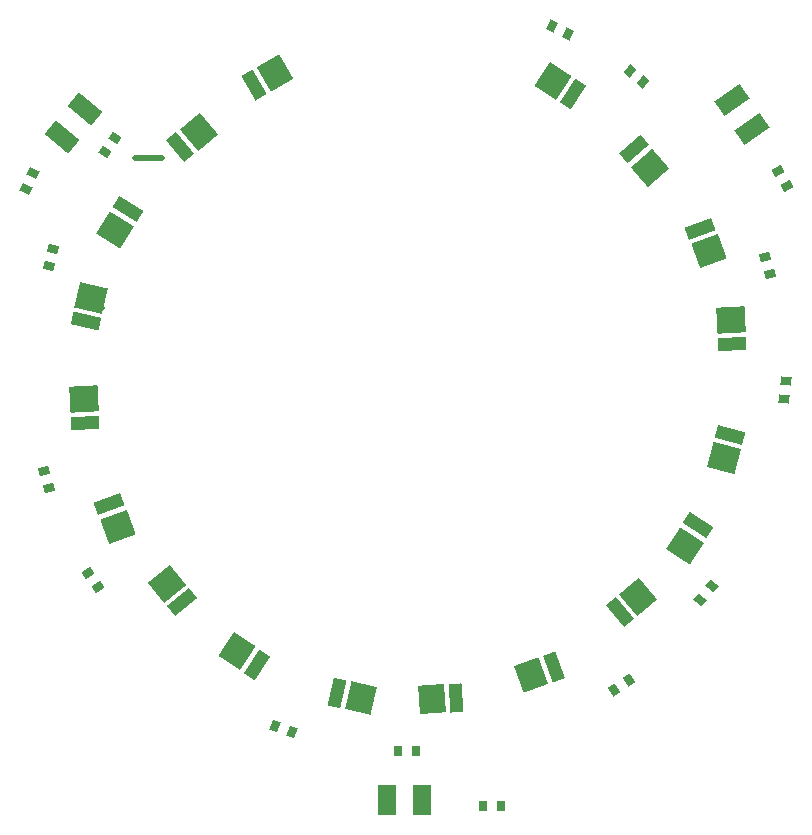
<source format=gtp>
G04 Layer_Color=8421504*
%FSLAX44Y44*%
%MOMM*%
G71*
G01*
G75*
%ADD11C,0.5000*%
G04:AMPARAMS|DCode=13|XSize=1.1mm|YSize=2.4mm|CornerRadius=0mm|HoleSize=0mm|Usage=FLASHONLY|Rotation=30.000|XOffset=0mm|YOffset=0mm|HoleType=Round|Shape=Rectangle|*
%AMROTATEDRECTD13*
4,1,4,0.1237,-1.3142,-1.0763,0.7642,-0.1237,1.3142,1.0763,-0.7642,0.1237,-1.3142,0.0*
%
%ADD13ROTATEDRECTD13*%

G04:AMPARAMS|DCode=14|XSize=2.2mm|YSize=2.4mm|CornerRadius=0mm|HoleSize=0mm|Usage=FLASHONLY|Rotation=30.000|XOffset=0mm|YOffset=0mm|HoleType=Round|Shape=Rectangle|*
%AMROTATEDRECTD14*
4,1,4,-0.3526,-1.5892,-1.5526,0.4892,0.3526,1.5892,1.5526,-0.4892,-0.3526,-1.5892,0.0*
%
%ADD14ROTATEDRECTD14*%

G04:AMPARAMS|DCode=15|XSize=1.1mm|YSize=2.4mm|CornerRadius=0mm|HoleSize=0mm|Usage=FLASHONLY|Rotation=40.000|XOffset=0mm|YOffset=0mm|HoleType=Round|Shape=Rectangle|*
%AMROTATEDRECTD15*
4,1,4,0.3500,-1.2728,-1.1927,0.5657,-0.3500,1.2728,1.1927,-0.5657,0.3500,-1.2728,0.0*
%
%ADD15ROTATEDRECTD15*%

G04:AMPARAMS|DCode=16|XSize=2.2mm|YSize=2.4mm|CornerRadius=0mm|HoleSize=0mm|Usage=FLASHONLY|Rotation=40.000|XOffset=0mm|YOffset=0mm|HoleType=Round|Shape=Rectangle|*
%AMROTATEDRECTD16*
4,1,4,-0.0713,-1.6263,-1.6140,0.2122,0.0713,1.6263,1.6140,-0.2122,-0.0713,-1.6263,0.0*
%
%ADD16ROTATEDRECTD16*%

G04:AMPARAMS|DCode=17|XSize=2.2mm|YSize=2.4mm|CornerRadius=0mm|HoleSize=0mm|Usage=FLASHONLY|Rotation=238.000|XOffset=0mm|YOffset=0mm|HoleType=Round|Shape=Rectangle|*
%AMROTATEDRECTD17*
4,1,4,-0.4348,1.5688,1.6006,0.2969,0.4348,-1.5688,-1.6006,-0.2969,-0.4348,1.5688,0.0*
%
%ADD17ROTATEDRECTD17*%

G04:AMPARAMS|DCode=18|XSize=1.1mm|YSize=2.4mm|CornerRadius=0mm|HoleSize=0mm|Usage=FLASHONLY|Rotation=238.000|XOffset=0mm|YOffset=0mm|HoleType=Round|Shape=Rectangle|*
%AMROTATEDRECTD18*
4,1,4,-0.7262,1.1023,1.3091,-0.1695,0.7262,-1.1023,-1.3091,0.1695,-0.7262,1.1023,0.0*
%
%ADD18ROTATEDRECTD18*%

G04:AMPARAMS|DCode=19|XSize=1.1mm|YSize=2.4mm|CornerRadius=0mm|HoleSize=0mm|Usage=FLASHONLY|Rotation=77.000|XOffset=0mm|YOffset=0mm|HoleType=Round|Shape=Rectangle|*
%AMROTATEDRECTD19*
4,1,4,1.0455,-0.8058,-1.2930,-0.2660,-1.0455,0.8058,1.2930,0.2660,1.0455,-0.8058,0.0*
%
%ADD19ROTATEDRECTD19*%

G04:AMPARAMS|DCode=20|XSize=2.2mm|YSize=2.4mm|CornerRadius=0mm|HoleSize=0mm|Usage=FLASHONLY|Rotation=77.000|XOffset=0mm|YOffset=0mm|HoleType=Round|Shape=Rectangle|*
%AMROTATEDRECTD20*
4,1,4,0.9218,-1.3418,-1.4167,-0.8019,-0.9218,1.3418,1.4167,0.8019,0.9218,-1.3418,0.0*
%
%ADD20ROTATEDRECTD20*%

G04:AMPARAMS|DCode=21|XSize=1.1mm|YSize=2.4mm|CornerRadius=0mm|HoleSize=0mm|Usage=FLASHONLY|Rotation=93.000|XOffset=0mm|YOffset=0mm|HoleType=Round|Shape=Rectangle|*
%AMROTATEDRECTD21*
4,1,4,1.2271,-0.4864,-1.1696,-0.6120,-1.2271,0.4864,1.1696,0.6120,1.2271,-0.4864,0.0*
%
%ADD21ROTATEDRECTD21*%

G04:AMPARAMS|DCode=22|XSize=2.2mm|YSize=2.4mm|CornerRadius=0mm|HoleSize=0mm|Usage=FLASHONLY|Rotation=93.000|XOffset=0mm|YOffset=0mm|HoleType=Round|Shape=Rectangle|*
%AMROTATEDRECTD22*
4,1,4,1.2559,-1.0357,-1.1408,-1.1613,-1.2559,1.0357,1.1408,1.1613,1.2559,-1.0357,0.0*
%
%ADD22ROTATEDRECTD22*%

G04:AMPARAMS|DCode=23|XSize=2.2mm|YSize=2.4mm|CornerRadius=0mm|HoleSize=0mm|Usage=FLASHONLY|Rotation=290.000|XOffset=0mm|YOffset=0mm|HoleType=Round|Shape=Rectangle|*
%AMROTATEDRECTD23*
4,1,4,-1.5038,0.6232,0.7514,1.4441,1.5038,-0.6232,-0.7514,-1.4441,-1.5038,0.6232,0.0*
%
%ADD23ROTATEDRECTD23*%

G04:AMPARAMS|DCode=24|XSize=1.1mm|YSize=2.4mm|CornerRadius=0mm|HoleSize=0mm|Usage=FLASHONLY|Rotation=290.000|XOffset=0mm|YOffset=0mm|HoleType=Round|Shape=Rectangle|*
%AMROTATEDRECTD24*
4,1,4,-1.3157,0.1064,0.9395,0.9273,1.3157,-0.1064,-0.9395,-0.9273,-1.3157,0.1064,0.0*
%
%ADD24ROTATEDRECTD24*%

G04:AMPARAMS|DCode=25|XSize=1.1mm|YSize=2.4mm|CornerRadius=0mm|HoleSize=0mm|Usage=FLASHONLY|Rotation=129.000|XOffset=0mm|YOffset=0mm|HoleType=Round|Shape=Rectangle|*
%AMROTATEDRECTD25*
4,1,4,1.2787,0.3277,-0.5865,-1.1826,-1.2787,-0.3277,0.5865,1.1826,1.2787,0.3277,0.0*
%
%ADD25ROTATEDRECTD25*%

G04:AMPARAMS|DCode=26|XSize=2.2mm|YSize=2.4mm|CornerRadius=0mm|HoleSize=0mm|Usage=FLASHONLY|Rotation=129.000|XOffset=0mm|YOffset=0mm|HoleType=Round|Shape=Rectangle|*
%AMROTATEDRECTD26*
4,1,4,1.6248,-0.0997,-0.2403,-1.6100,-1.6248,0.0997,0.2403,1.6100,1.6248,-0.0997,0.0*
%
%ADD26ROTATEDRECTD26*%

G04:AMPARAMS|DCode=27|XSize=1.1mm|YSize=2.4mm|CornerRadius=0mm|HoleSize=0mm|Usage=FLASHONLY|Rotation=147.000|XOffset=0mm|YOffset=0mm|HoleType=Round|Shape=Rectangle|*
%AMROTATEDRECTD27*
4,1,4,1.1148,0.7068,-0.1923,-1.3060,-1.1148,-0.7068,0.1923,1.3060,1.1148,0.7068,0.0*
%
%ADD27ROTATEDRECTD27*%

G04:AMPARAMS|DCode=28|XSize=2.2mm|YSize=2.4mm|CornerRadius=0mm|HoleSize=0mm|Usage=FLASHONLY|Rotation=147.000|XOffset=0mm|YOffset=0mm|HoleType=Round|Shape=Rectangle|*
%AMROTATEDRECTD28*
4,1,4,1.5761,0.4073,0.2690,-1.6055,-1.5761,-0.4073,-0.2690,1.6055,1.5761,0.4073,0.0*
%
%ADD28ROTATEDRECTD28*%

G04:AMPARAMS|DCode=29|XSize=2.2mm|YSize=2.4mm|CornerRadius=0mm|HoleSize=0mm|Usage=FLASHONLY|Rotation=347.000|XOffset=0mm|YOffset=0mm|HoleType=Round|Shape=Rectangle|*
%AMROTATEDRECTD29*
4,1,4,-1.3418,-0.9218,-0.8019,1.4167,1.3418,0.9218,0.8019,-1.4167,-1.3418,-0.9218,0.0*
%
%ADD29ROTATEDRECTD29*%

G04:AMPARAMS|DCode=30|XSize=1.1mm|YSize=2.4mm|CornerRadius=0mm|HoleSize=0mm|Usage=FLASHONLY|Rotation=347.000|XOffset=0mm|YOffset=0mm|HoleType=Round|Shape=Rectangle|*
%AMROTATEDRECTD30*
4,1,4,-0.8058,-1.0455,-0.2660,1.2930,0.8058,1.0455,0.2660,-1.2930,-0.8058,-1.0455,0.0*
%
%ADD30ROTATEDRECTD30*%

G04:AMPARAMS|DCode=31|XSize=1.1mm|YSize=2.4mm|CornerRadius=0mm|HoleSize=0mm|Usage=FLASHONLY|Rotation=184.000|XOffset=0mm|YOffset=0mm|HoleType=Round|Shape=Rectangle|*
%AMROTATEDRECTD31*
4,1,4,0.4649,1.2354,0.6324,-1.1587,-0.4649,-1.2354,-0.6324,1.1587,0.4649,1.2354,0.0*
%
%ADD31ROTATEDRECTD31*%

G04:AMPARAMS|DCode=32|XSize=2.2mm|YSize=2.4mm|CornerRadius=0mm|HoleSize=0mm|Usage=FLASHONLY|Rotation=184.000|XOffset=0mm|YOffset=0mm|HoleType=Round|Shape=Rectangle|*
%AMROTATEDRECTD32*
4,1,4,1.0136,1.2738,1.1810,-1.1203,-1.0136,-1.2738,-1.1810,1.1203,1.0136,1.2738,0.0*
%
%ADD32ROTATEDRECTD32*%

G04:AMPARAMS|DCode=33|XSize=1.1mm|YSize=2.4mm|CornerRadius=0mm|HoleSize=0mm|Usage=FLASHONLY|Rotation=200.000|XOffset=0mm|YOffset=0mm|HoleType=Round|Shape=Rectangle|*
%AMROTATEDRECTD33*
4,1,4,0.1064,1.3157,0.9273,-0.9395,-0.1064,-1.3157,-0.9273,0.9395,0.1064,1.3157,0.0*
%
%ADD33ROTATEDRECTD33*%

G04:AMPARAMS|DCode=34|XSize=2.2mm|YSize=2.4mm|CornerRadius=0mm|HoleSize=0mm|Usage=FLASHONLY|Rotation=200.000|XOffset=0mm|YOffset=0mm|HoleType=Round|Shape=Rectangle|*
%AMROTATEDRECTD34*
4,1,4,0.6232,1.5038,1.4441,-0.7514,-0.6232,-1.5038,-1.4441,0.7514,0.6232,1.5038,0.0*
%
%ADD34ROTATEDRECTD34*%

G04:AMPARAMS|DCode=35|XSize=1.1mm|YSize=2.4mm|CornerRadius=0mm|HoleSize=0mm|Usage=FLASHONLY|Rotation=237.000|XOffset=0mm|YOffset=0mm|HoleType=Round|Shape=Rectangle|*
%AMROTATEDRECTD35*
4,1,4,-0.7068,1.1148,1.3060,-0.1923,0.7068,-1.1148,-1.3060,0.1923,-0.7068,1.1148,0.0*
%
%ADD35ROTATEDRECTD35*%

G04:AMPARAMS|DCode=36|XSize=2.2mm|YSize=2.4mm|CornerRadius=0mm|HoleSize=0mm|Usage=FLASHONLY|Rotation=237.000|XOffset=0mm|YOffset=0mm|HoleType=Round|Shape=Rectangle|*
%AMROTATEDRECTD36*
4,1,4,-0.4073,1.5761,1.6055,0.2690,0.4073,-1.5761,-1.6055,-0.2690,-0.4073,1.5761,0.0*
%
%ADD36ROTATEDRECTD36*%

G04:AMPARAMS|DCode=37|XSize=1.1mm|YSize=2.4mm|CornerRadius=0mm|HoleSize=0mm|Usage=FLASHONLY|Rotation=255.000|XOffset=0mm|YOffset=0mm|HoleType=Round|Shape=Rectangle|*
%AMROTATEDRECTD37*
4,1,4,-1.0168,0.8418,1.3015,0.2207,1.0168,-0.8418,-1.3015,-0.2207,-1.0168,0.8418,0.0*
%
%ADD37ROTATEDRECTD37*%

G04:AMPARAMS|DCode=38|XSize=2.2mm|YSize=2.4mm|CornerRadius=0mm|HoleSize=0mm|Usage=FLASHONLY|Rotation=255.000|XOffset=0mm|YOffset=0mm|HoleType=Round|Shape=Rectangle|*
%AMROTATEDRECTD38*
4,1,4,-0.8744,1.3731,1.4438,0.7519,0.8744,-1.3731,-1.4438,-0.7519,-0.8744,1.3731,0.0*
%
%ADD38ROTATEDRECTD38*%

G04:AMPARAMS|DCode=39|XSize=1.1mm|YSize=2.4mm|CornerRadius=0mm|HoleSize=0mm|Usage=FLASHONLY|Rotation=311.000|XOffset=0mm|YOffset=0mm|HoleType=Round|Shape=Rectangle|*
%AMROTATEDRECTD39*
4,1,4,-1.2665,-0.3722,0.5448,1.2024,1.2665,0.3722,-0.5448,-1.2024,-1.2665,-0.3722,0.0*
%
%ADD39ROTATEDRECTD39*%

G04:AMPARAMS|DCode=40|XSize=2.2mm|YSize=2.4mm|CornerRadius=0mm|HoleSize=0mm|Usage=FLASHONLY|Rotation=311.000|XOffset=0mm|YOffset=0mm|HoleType=Round|Shape=Rectangle|*
%AMROTATEDRECTD40*
4,1,4,-1.6273,0.0429,0.1840,1.6175,1.6273,-0.0429,-0.1840,-1.6175,-1.6273,0.0429,0.0*
%
%ADD40ROTATEDRECTD40*%

G04:AMPARAMS|DCode=41|XSize=0.9mm|YSize=0.7mm|CornerRadius=0mm|HoleSize=0mm|Usage=FLASHONLY|Rotation=175.000|XOffset=0mm|YOffset=0mm|HoleType=Round|Shape=Rectangle|*
%AMROTATEDRECTD41*
4,1,4,0.4788,0.3095,0.4178,-0.3879,-0.4788,-0.3095,-0.4178,0.3879,0.4788,0.3095,0.0*
%
%ADD41ROTATEDRECTD41*%

G04:AMPARAMS|DCode=42|XSize=0.9mm|YSize=0.7mm|CornerRadius=0mm|HoleSize=0mm|Usage=FLASHONLY|Rotation=325.000|XOffset=0mm|YOffset=0mm|HoleType=Round|Shape=Rectangle|*
%AMROTATEDRECTD42*
4,1,4,-0.5694,-0.0286,-0.1679,0.5448,0.5694,0.0286,0.1679,-0.5448,-0.5694,-0.0286,0.0*
%
%ADD42ROTATEDRECTD42*%

G04:AMPARAMS|DCode=43|XSize=0.9mm|YSize=0.7mm|CornerRadius=0mm|HoleSize=0mm|Usage=FLASHONLY|Rotation=345.000|XOffset=0mm|YOffset=0mm|HoleType=Round|Shape=Rectangle|*
%AMROTATEDRECTD43*
4,1,4,-0.5252,-0.2216,-0.3441,0.4546,0.5252,0.2216,0.3441,-0.4546,-0.5252,-0.2216,0.0*
%
%ADD43ROTATEDRECTD43*%

G04:AMPARAMS|DCode=44|XSize=0.9mm|YSize=0.7mm|CornerRadius=0mm|HoleSize=0mm|Usage=FLASHONLY|Rotation=15.000|XOffset=0mm|YOffset=0mm|HoleType=Round|Shape=Rectangle|*
%AMROTATEDRECTD44*
4,1,4,-0.3441,-0.4546,-0.5252,0.2216,0.3441,0.4546,0.5252,-0.2216,-0.3441,-0.4546,0.0*
%
%ADD44ROTATEDRECTD44*%

G04:AMPARAMS|DCode=45|XSize=0.9mm|YSize=0.7mm|CornerRadius=0mm|HoleSize=0mm|Usage=FLASHONLY|Rotation=35.000|XOffset=0mm|YOffset=0mm|HoleType=Round|Shape=Rectangle|*
%AMROTATEDRECTD45*
4,1,4,-0.1679,-0.5448,-0.5694,0.0286,0.1679,0.5448,0.5694,-0.0286,-0.1679,-0.5448,0.0*
%
%ADD45ROTATEDRECTD45*%

G04:AMPARAMS|DCode=46|XSize=0.9mm|YSize=0.7mm|CornerRadius=0mm|HoleSize=0mm|Usage=FLASHONLY|Rotation=70.000|XOffset=0mm|YOffset=0mm|HoleType=Round|Shape=Rectangle|*
%AMROTATEDRECTD46*
4,1,4,0.1750,-0.5426,-0.4828,-0.3032,-0.1750,0.5426,0.4828,0.3032,0.1750,-0.5426,0.0*
%
%ADD46ROTATEDRECTD46*%

%ADD47R,1.5000X2.6000*%
%ADD48R,0.7000X0.9000*%
G04:AMPARAMS|DCode=49|XSize=0.9mm|YSize=0.7mm|CornerRadius=0mm|HoleSize=0mm|Usage=FLASHONLY|Rotation=125.000|XOffset=0mm|YOffset=0mm|HoleType=Round|Shape=Rectangle|*
%AMROTATEDRECTD49*
4,1,4,0.5448,-0.1679,-0.0286,-0.5694,-0.5448,0.1679,0.0286,0.5694,0.5448,-0.1679,0.0*
%
%ADD49ROTATEDRECTD49*%

G04:AMPARAMS|DCode=50|XSize=0.9mm|YSize=0.7mm|CornerRadius=0mm|HoleSize=0mm|Usage=FLASHONLY|Rotation=140.000|XOffset=0mm|YOffset=0mm|HoleType=Round|Shape=Rectangle|*
%AMROTATEDRECTD50*
4,1,4,0.5697,-0.0211,0.1197,-0.5574,-0.5697,0.0211,-0.1197,0.5574,0.5697,-0.0211,0.0*
%
%ADD50ROTATEDRECTD50*%

G04:AMPARAMS|DCode=51|XSize=0.9mm|YSize=0.7mm|CornerRadius=0mm|HoleSize=0mm|Usage=FLASHONLY|Rotation=230.000|XOffset=0mm|YOffset=0mm|HoleType=Round|Shape=Rectangle|*
%AMROTATEDRECTD51*
4,1,4,0.0211,0.5697,0.5574,0.1197,-0.0211,-0.5697,-0.5574,-0.1197,0.0211,0.5697,0.0*
%
%ADD51ROTATEDRECTD51*%

G04:AMPARAMS|DCode=52|XSize=0.9mm|YSize=0.7mm|CornerRadius=0mm|HoleSize=0mm|Usage=FLASHONLY|Rotation=245.000|XOffset=0mm|YOffset=0mm|HoleType=Round|Shape=Rectangle|*
%AMROTATEDRECTD52*
4,1,4,-0.1270,0.5558,0.5074,0.2599,0.1270,-0.5558,-0.5074,-0.2599,-0.1270,0.5558,0.0*
%
%ADD52ROTATEDRECTD52*%

G04:AMPARAMS|DCode=53|XSize=1.5mm|YSize=2.6mm|CornerRadius=0mm|HoleSize=0mm|Usage=FLASHONLY|Rotation=305.000|XOffset=0mm|YOffset=0mm|HoleType=Round|Shape=Rectangle|*
%AMROTATEDRECTD53*
4,1,4,-1.4951,-0.1313,0.6347,1.3600,1.4951,0.1313,-0.6347,-1.3600,-1.4951,-0.1313,0.0*
%
%ADD53ROTATEDRECTD53*%

G04:AMPARAMS|DCode=54|XSize=1.5mm|YSize=2.6mm|CornerRadius=0mm|HoleSize=0mm|Usage=FLASHONLY|Rotation=230.000|XOffset=0mm|YOffset=0mm|HoleType=Round|Shape=Rectangle|*
%AMROTATEDRECTD54*
4,1,4,-0.5138,1.4102,1.4779,-0.2611,0.5138,-1.4102,-1.4779,0.2611,-0.5138,1.4102,0.0*
%
%ADD54ROTATEDRECTD54*%

G04:AMPARAMS|DCode=55|XSize=0.9mm|YSize=0.7mm|CornerRadius=0mm|HoleSize=0mm|Usage=FLASHONLY|Rotation=335.000|XOffset=0mm|YOffset=0mm|HoleType=Round|Shape=Rectangle|*
%AMROTATEDRECTD55*
4,1,4,-0.5558,-0.1270,-0.2599,0.5074,0.5558,0.1270,0.2599,-0.5074,-0.5558,-0.1270,0.0*
%
%ADD55ROTATEDRECTD55*%

G04:AMPARAMS|DCode=56|XSize=0.9mm|YSize=0.7mm|CornerRadius=0mm|HoleSize=0mm|Usage=FLASHONLY|Rotation=30.000|XOffset=0mm|YOffset=0mm|HoleType=Round|Shape=Rectangle|*
%AMROTATEDRECTD56*
4,1,4,-0.2147,-0.5281,-0.5647,0.0781,0.2147,0.5281,0.5647,-0.0781,-0.2147,-0.5281,0.0*
%
%ADD56ROTATEDRECTD56*%

D11*
X-231020Y183837D02*
X-208556D01*
X-265512Y56237D02*
X-259027D01*
X245704Y109592D02*
X252705D01*
X-200905Y-182401D02*
X-195280Y-176776D01*
D13*
X-130647Y245469D02*
D03*
D14*
X-112894Y255719D02*
D03*
D15*
X-192658Y192753D02*
D03*
X179470Y-200931D02*
D03*
D16*
X-176954Y205930D02*
D03*
X195174Y-187754D02*
D03*
D17*
X-248279Y122785D02*
D03*
D18*
X-237416Y140170D02*
D03*
D19*
X-272617Y45352D02*
D03*
D20*
X-268006Y65327D02*
D03*
D21*
X-273547Y-41130D02*
D03*
X274333Y26150D02*
D03*
D22*
X-274620Y-20658D02*
D03*
X273260Y46622D02*
D03*
D23*
X-245694Y-128856D02*
D03*
X254586Y104424D02*
D03*
D24*
X-252705Y-109592D02*
D03*
X247575Y123688D02*
D03*
D25*
X-191000Y-192826D02*
D03*
D26*
X-203901Y-176894D02*
D03*
D27*
X-127520Y-245475D02*
D03*
X140100Y237305D02*
D03*
D28*
X-144713Y-234310D02*
D03*
X122907Y248470D02*
D03*
D29*
X-39993Y-273854D02*
D03*
D30*
X-59968Y-269243D02*
D03*
D31*
X41122Y-273417D02*
D03*
D32*
X20672Y-274847D02*
D03*
D33*
X123688Y-247575D02*
D03*
D34*
X104424Y-254586D02*
D03*
D35*
X245475Y-127520D02*
D03*
D36*
X234310Y-144713D02*
D03*
D37*
X272871Y-50746D02*
D03*
D38*
X267565Y-70547D02*
D03*
D39*
X191341Y190838D02*
D03*
D40*
X204790Y175367D02*
D03*
D41*
X319988Y-5185D02*
D03*
X318680Y-20128D02*
D03*
D42*
X-256272Y188197D02*
D03*
X-247668Y200485D02*
D03*
D43*
X-304125Y91652D02*
D03*
X-300243Y106141D02*
D03*
D44*
X-303935Y-96170D02*
D03*
X-307817Y-81681D02*
D03*
X302634Y99527D02*
D03*
X306516Y85039D02*
D03*
D45*
X-262348Y-179981D02*
D03*
X-270952Y-167693D02*
D03*
D46*
X-98546Y-302386D02*
D03*
X-112642Y-297256D02*
D03*
D47*
X-17971Y-359839D02*
D03*
X12029D02*
D03*
D48*
X6662Y-318280D02*
D03*
X-8338D02*
D03*
X78683Y-365482D02*
D03*
X63683D02*
D03*
D49*
X186944Y-258523D02*
D03*
X174656Y-267127D02*
D03*
D50*
X257164Y-179199D02*
D03*
X247522Y-190689D02*
D03*
D51*
X187947Y257085D02*
D03*
X199438Y247443D02*
D03*
D52*
X121844Y295126D02*
D03*
X135438Y288786D02*
D03*
D53*
X274296Y232516D02*
D03*
X291504Y207942D02*
D03*
D54*
X-273412Y224673D02*
D03*
X-292696Y201692D02*
D03*
D55*
X-323429Y157280D02*
D03*
X-317089Y170874D02*
D03*
D56*
X320558Y159436D02*
D03*
X313058Y172426D02*
D03*
M02*

</source>
